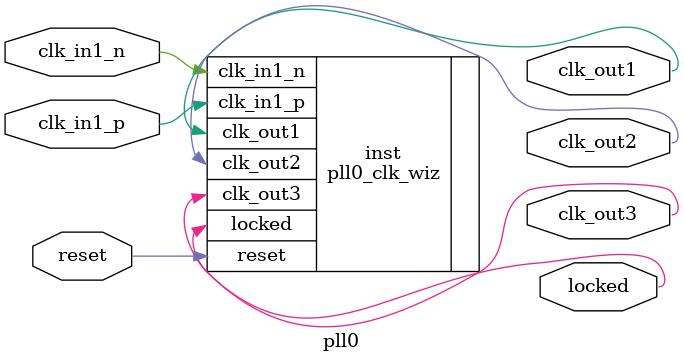
<source format=v>


`timescale 1ps/1ps

(* CORE_GENERATION_INFO = "pll0,clk_wiz_v6_0_9_0_0,{component_name=pll0,use_phase_alignment=false,use_min_o_jitter=false,use_max_i_jitter=false,use_dyn_phase_shift=false,use_inclk_switchover=false,use_dyn_reconfig=false,enable_axi=0,feedback_source=FDBK_AUTO,PRIMITIVE=MMCM,num_out_clk=3,clkin1_period=5.000,clkin2_period=10.0,use_power_down=false,use_reset=true,use_locked=true,use_inclk_stopped=false,feedback_type=SINGLE,CLOCK_MGR_TYPE=NA,manual_override=false}" *)

module pll0 
 (
  // Clock out ports
  output        clk_out1,
  output        clk_out2,
  output        clk_out3,
  // Status and control signals
  input         reset,
  output        locked,
 // Clock in ports
  input         clk_in1_p,
  input         clk_in1_n
 );

  pll0_clk_wiz inst
  (
  // Clock out ports  
  .clk_out1(clk_out1),
  .clk_out2(clk_out2),
  .clk_out3(clk_out3),
  // Status and control signals               
  .reset(reset), 
  .locked(locked),
 // Clock in ports
  .clk_in1_p(clk_in1_p),
  .clk_in1_n(clk_in1_n)
  );

endmodule

</source>
